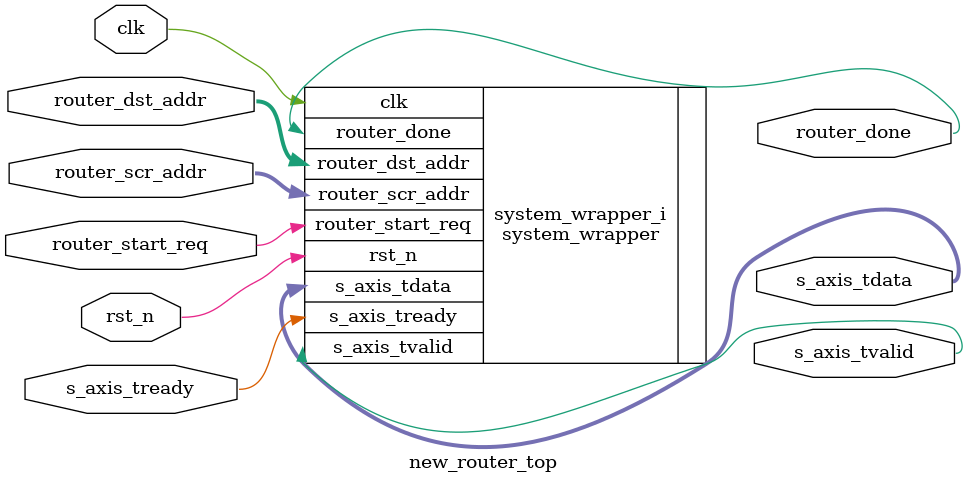
<source format=v>
`timescale 1ns / 1ps


module new_router_top(
  input clk,
  input rst_n,
  input [9:0]router_dst_addr,
  input [9:0]router_scr_addr,
  input router_start_req,
  output router_done,
  output [63:0]s_axis_tdata,
  input s_axis_tready,
  output s_axis_tvalid
);
system_wrapper system_wrapper_i(
    .clk(clk),
    .rst_n(rst_n),
    .router_done(router_done),
    .router_dst_addr(router_dst_addr),
    .router_scr_addr(router_scr_addr),
    .router_start_req(router_start_req),
    .s_axis_tdata(s_axis_tdata),
    .s_axis_tready(s_axis_tready),
    .s_axis_tvalid(s_axis_tvalid)
);
//    parameter CLK_PERIOD = 10;
//    initial begin
//        clk = 1;
//        forever #(CLK_PERIOD/2) clk = ~clk;
//    end
//    initial begin
//        rst_n = 1;
        
//    end
endmodule

</source>
